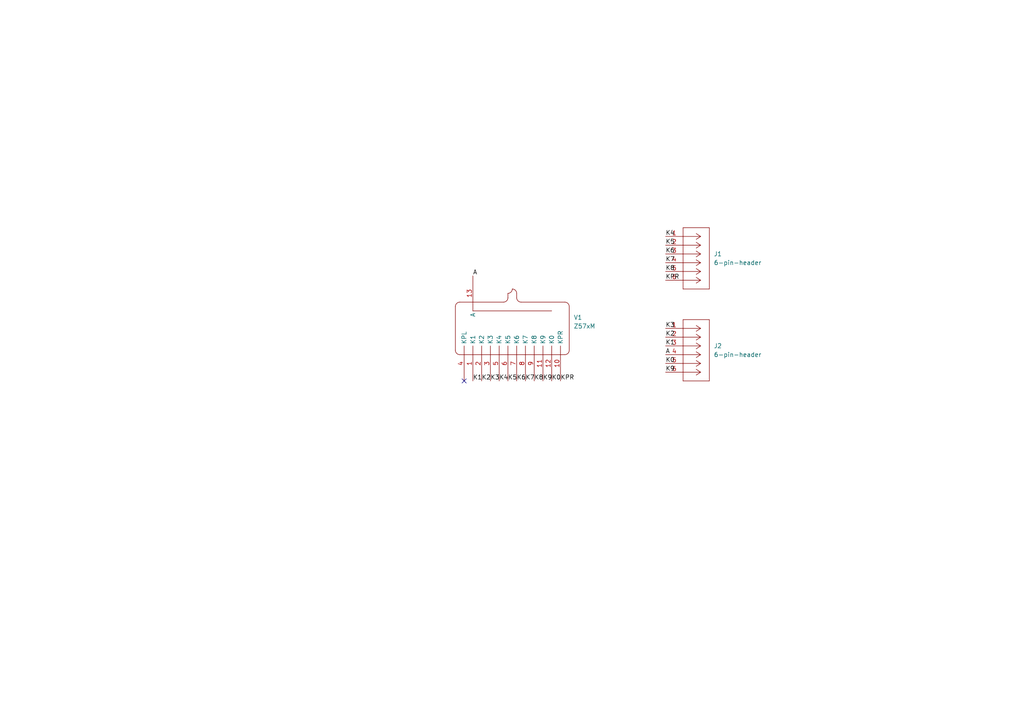
<source format=kicad_sch>
(kicad_sch (version 20211123) (generator eeschema)
  (paper "A4")
  (lib_symbols
    (symbol "Z573M-tube-symbols:6-pin-header"
      (property "Reference" "J" (at -10.16 -1.27 0))
      (property "Value" "6-pin-header" (at 0 12.7 0))
      (symbol "6-pin-header_1_0"
        (polyline (pts (xy -3.81 -8.89) (xy 3.81 -8.89)))
        (polyline (pts (xy -3.81 8.89) (xy -3.81 -8.89)))
        (polyline (pts (xy 1.27 -6.35) (xy -3.81 -6.35)))
        (polyline (pts (xy 1.27 -6.35) (xy 0 -7.1882)))
        (polyline (pts (xy 1.27 -6.35) (xy 0 -5.5118)))
        (polyline (pts (xy 1.27 -3.81) (xy -3.81 -3.81)))
        (polyline (pts (xy 1.27 -3.81) (xy 0 -4.6482)))
        (polyline (pts (xy 1.27 -3.81) (xy 0 -2.9718)))
        (polyline (pts (xy 1.27 -1.27) (xy -3.81 -1.27)))
        (polyline (pts (xy 1.27 -1.27) (xy 0 -2.1082)))
        (polyline (pts (xy 1.27 -1.27) (xy 0 -0.4318)))
        (polyline (pts (xy 1.27 1.27) (xy -3.81 1.27)))
        (polyline (pts (xy 1.27 1.27) (xy 0 0.4318)))
        (polyline (pts (xy 1.27 1.27) (xy 0 2.1082)))
        (polyline (pts (xy 1.27 3.81) (xy -3.81 3.81)))
        (polyline (pts (xy 1.27 3.81) (xy 0 2.9718)))
        (polyline (pts (xy 1.27 3.81) (xy 0 4.6482)))
        (polyline (pts (xy 1.27 6.35) (xy -3.81 6.35)))
        (polyline (pts (xy 1.27 6.35) (xy 0 5.5118)))
        (polyline (pts (xy 1.27 6.35) (xy 0 7.1882)))
        (polyline (pts (xy 3.81 -8.89) (xy 3.81 8.89)))
        (polyline (pts (xy 3.81 8.89) (xy -3.81 8.89)))
        (pin passive line (at -8.89 6.35 0) (length 5.08) (name "1") (number "1"))
        (pin passive line (at -8.89 3.81 0) (length 5.08) (name "2") (number "2"))
        (pin passive line (at -8.89 1.27 0) (length 5.08) (name "3") (number "3"))
        (pin passive line (at -8.89 -1.27 0) (length 5.08) (name "4") (number "4"))
        (pin passive line (at -8.89 -3.81 0) (length 5.08) (name "5") (number "5"))
        (pin passive line (at -8.89 -6.35 0) (length 5.08) (name "6") (number "6"))
      )
    )
    (symbol "Z573M-tube-symbols:Z57xM"
      (property "Reference" "V" (at -8.89 8.89 0))
      (property "Value" "Z57xM" (at 8.89 8.89 0))
      (symbol "Z57xM_0_1"
        (arc (start -16.51 -6.35) (mid -16.1327 -7.2427) (end -15.24 -7.62))
        (arc (start -15.24 7.62) (mid -16.1327 7.2427) (end -16.51 6.35))
        (arc (start -2.54 7.62) (mid -1.6473 7.9973) (end -1.27 8.89))
        (arc (start -1.27 10.16) (mid -0.3773 10.5373) (end 0 11.43))
        (polyline (pts (xy -16.51 -6.35) (xy -16.51 6.35)))
        (polyline (pts (xy -15.24 7.62) (xy -2.54 7.62)))
        (polyline (pts (xy -11.43 5.08) (xy 11.43 5.08)))
        (polyline (pts (xy -1.27 8.89) (xy -1.27 10.16)))
        (polyline (pts (xy 1.27 8.89) (xy 1.27 10.16)))
        (polyline (pts (xy 2.54 7.62) (xy 15.24 7.62)))
        (polyline (pts (xy 15.24 -7.62) (xy -15.24 -7.62)))
        (polyline (pts (xy 16.51 -6.35) (xy 16.51 6.35)))
        (arc (start 1.27 8.89) (mid 1.6473 7.9973) (end 2.54 7.62))
        (arc (start 1.27 10.16) (mid 0.8927 11.0527) (end 0 11.43))
        (arc (start 15.24 -7.62) (mid 16.1323 -7.2423) (end 16.51 -6.35))
        (arc (start 16.51 6.35) (mid 16.1323 7.2423) (end 15.24 7.62))
      )
      (symbol "Z57xM_1_1"
        (pin passive line (at -11.43 -15.24 90) (length 10.16) (name "K1") (number "1"))
        (pin passive line (at 13.97 -15.24 90) (length 10.16) (name "KPR") (number "10"))
        (pin passive line (at 8.89 -15.24 90) (length 10.16) (name "K9") (number "11"))
        (pin passive line (at 11.43 -15.24 90) (length 10.16) (name "K0") (number "12"))
        (pin passive line (at -11.43 15.24 270) (length 10.16) (name "A") (number "13"))
        (pin passive line (at -8.89 -15.24 90) (length 10.16) (name "K2") (number "2"))
        (pin passive line (at -6.35 -15.24 90) (length 10.16) (name "K3") (number "3"))
        (pin passive line (at -13.97 -15.24 90) (length 10.16) (name "KPL") (number "4"))
        (pin passive line (at -3.81 -15.24 90) (length 10.16) (name "K4") (number "5"))
        (pin passive line (at -1.27 -15.24 90) (length 10.16) (name "K5") (number "6"))
        (pin passive line (at 1.27 -15.24 90) (length 10.16) (name "K6") (number "7"))
        (pin passive line (at 3.81 -15.24 90) (length 10.16) (name "K7") (number "8"))
        (pin passive line (at 6.35 -15.24 90) (length 10.16) (name "K8") (number "9"))
      )
    )
  )
  (no_connect (at 134.62 110.49))
  (label "K6" (at 149.86 110.49 0))
  (label "A" (at 193.04 102.87 0))
  (label "K1" (at 193.04 100.33 0))
  (label "K7" (at 152.4 110.49 0))
  (label "K6" (at 193.04 73.66 0))
  (label "K4" (at 144.78 110.49 0))
  (label "KPR" (at 193.04 81.28 0))
  (label "K2" (at 139.7 110.49 0))
  (label "K0" (at 160.02 110.49 0))
  (label "K9" (at 157.48 110.49 0))
  (label "A" (at 137.16 80.01 0))
  (label "K0" (at 193.04 105.41 0))
  (label "K7" (at 193.04 76.2 0))
  (label "K5" (at 193.04 71.12 0))
  (label "KPR" (at 162.56 110.49 0))
  (label "K2" (at 193.04 97.79 0))
  (label "K1" (at 137.16 110.49 0))
  (label "K3" (at 193.04 95.25 0))
  (label "K8" (at 154.94 110.49 0))
  (label "K3" (at 142.24 110.49 0))
  (label "K5" (at 147.32 110.49 0))
  (label "K9" (at 193.04 107.95 0))
  (label "K8" (at 193.04 78.74 0))
  (label "K4" (at 193.04 68.58 0))
  (symbol (lib_id "Z573M-tube-symbols:6-pin-header") (at 201.93 74.93 0) (unit 1)
    (property "Reference" "J1" (at 207.01 73.6599 0) (effects (justify left)))
    (property "Value" "6-pin-header" (at 207.01 76.1999 0) (effects (justify left)))
    (property "Footprint" "Connector_PinHeader_2.54mm:PinHeader_1x06_P2.54mm_Vertical" (effects hide))
  )
  (symbol (lib_id "Z573M-tube-symbols:Z57xM") (at 148.59 95.25 0) (unit 1)
    (property "Reference" "V1" (at 166.37 92.0749 0) (effects (justify left)))
    (property "Value" "Z57xM" (at 166.37 94.6149 0) (effects (justify left)))
    (property "Footprint" "nixie-footprints:Z57xM-v1" (effects hide))
  )
  (symbol (lib_id "Z573M-tube-symbols:6-pin-header") (at 201.93 101.6 0) (unit 1)
    (property "Reference" "J2" (at 207.01 100.3299 0) (effects (justify left)))
    (property "Value" "6-pin-header" (at 207.01 102.8699 0) (effects (justify left)))
    (property "Footprint" "Connector_PinHeader_2.54mm:PinHeader_1x06_P2.54mm_Vertical" (effects hide))
  )
)
</source>
